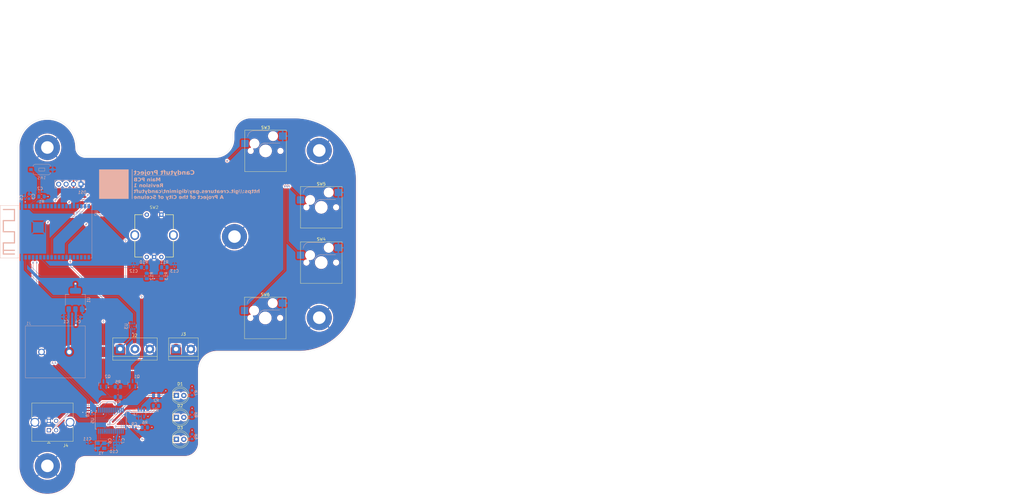
<source format=kicad_pcb>
(kicad_pcb
	(version 20240108)
	(generator "pcbnew")
	(generator_version "8.0")
	(general
		(thickness 1.6)
		(legacy_teardrops no)
	)
	(paper "A4")
	(title_block
		(title "Main PCB")
		(date "2024-10-22")
		(rev "1")
		(company "https://git.creatures.gay/digimint/candytuft")
		(comment 3 "Licensed under the CERN OHL-S v2")
		(comment 4 "Copyright 2024 digimint")
	)
	(layers
		(0 "F.Cu" signal)
		(31 "B.Cu" signal)
		(32 "B.Adhes" user "B.Adhesive")
		(33 "F.Adhes" user "F.Adhesive")
		(34 "B.Paste" user)
		(35 "F.Paste" user)
		(36 "B.SilkS" user "B.Silkscreen")
		(37 "F.SilkS" user "F.Silkscreen")
		(38 "B.Mask" user)
		(39 "F.Mask" user)
		(40 "Dwgs.User" user "User.Drawings")
		(41 "Cmts.User" user "User.Comments")
		(42 "Eco1.User" user "User.Eco1")
		(43 "Eco2.User" user "User.Eco2")
		(44 "Edge.Cuts" user)
		(45 "Margin" user)
		(46 "B.CrtYd" user "B.Courtyard")
		(47 "F.CrtYd" user "F.Courtyard")
		(48 "B.Fab" user)
		(49 "F.Fab" user)
		(50 "User.1" user)
		(51 "User.2" user)
		(52 "User.3" user)
		(53 "User.4" user)
		(54 "User.5" user)
		(55 "User.6" user)
		(56 "User.7" user)
		(57 "User.8" user)
		(58 "User.9" user)
	)
	(setup
		(stackup
			(layer "F.SilkS"
				(type "Top Silk Screen")
			)
			(layer "F.Paste"
				(type "Top Solder Paste")
			)
			(layer "F.Mask"
				(type "Top Solder Mask")
				(thickness 0.01)
			)
			(layer "F.Cu"
				(type "copper")
				(thickness 0.035)
			)
			(layer "dielectric 1"
				(type "core")
				(thickness 1.51)
				(material "FR4")
				(epsilon_r 4.5)
				(loss_tangent 0.02)
			)
			(layer "B.Cu"
				(type "copper")
				(thickness 0.035)
			)
			(layer "B.Mask"
				(type "Bottom Solder Mask")
				(thickness 0.01)
			)
			(layer "B.Paste"
				(type "Bottom Solder Paste")
			)
			(layer "B.SilkS"
				(type "Bottom Silk Screen")
			)
			(copper_finish "None")
			(dielectric_constraints no)
		)
		(pad_to_mask_clearance 0)
		(allow_soldermask_bridges_in_footprints no)
		(pcbplotparams
			(layerselection 0x00010fc_ffffffff)
			(plot_on_all_layers_selection 0x0000000_00000000)
			(disableapertmacros no)
			(usegerberextensions yes)
			(usegerberattributes no)
			(usegerberadvancedattributes no)
			(creategerberjobfile no)
			(dashed_line_dash_ratio 12.000000)
			(dashed_line_gap_ratio 3.000000)
			(svgprecision 4)
			(plotframeref no)
			(viasonmask no)
			(mode 1)
			(useauxorigin no)
			(hpglpennumber 1)
			(hpglpenspeed 20)
			(hpglpendiameter 15.000000)
			(pdf_front_fp_property_popups yes)
			(pdf_back_fp_property_popups yes)
			(dxfpolygonmode yes)
			(dxfimperialunits yes)
			(dxfusepcbnewfont yes)
			(psnegative no)
			(psa4output no)
			(plotreference yes)
			(plotvalue no)
			(plotfptext yes)
			(plotinvisibletext no)
			(sketchpadsonfab no)
			(subtractmaskfromsilk yes)
			(outputformat 1)
			(mirror no)
			(drillshape 0)
			(scaleselection 1)
			(outputdirectory "gerber/")
		)
	)
	(net 0 "")
	(net 1 "+5V")
	(net 2 "GND")
	(net 3 "/~{RST}")
	(net 4 "+3.3V")
	(net 5 "Net-(U5-~{RESET})")
	(net 6 "Net-(U5-XI)")
	(net 7 "Net-(U5-XO)")
	(net 8 "/WHEEL_{A}")
	(net 9 "/WHEEL_{B}")
	(net 10 "/USB-UART/TX_LED")
	(net 11 "Net-(D1-A)")
	(net 12 "/USB-UART/RX_LED")
	(net 13 "Net-(D2-A)")
	(net 14 "/USB-UART/USB_CFG_LED")
	(net 15 "Net-(D3-A)")
	(net 16 "/LCD_{SCL}")
	(net 17 "/LCD_{SDA}")
	(net 18 "/LED_{DATA,5v}")
	(net 19 "/USB-UART/D-_{USB}")
	(net 20 "/USB-UART/D+_{USB}")
	(net 21 "/USB-UART/VCC_{USB}")
	(net 22 "/USB-UART/~{UART_{RTS}}")
	(net 23 "Net-(Q1-B)")
	(net 24 "Net-(Q2-B)")
	(net 25 "/USB-UART/~{UART_{DTR}}")
	(net 26 "/~{BOOT}")
	(net 27 "/USB-UART/CFG_SCL")
	(net 28 "/USB-UART/CFG_SDA")
	(net 29 "Net-(R10-Pad2)")
	(net 30 "Net-(R11-Pad2)")
	(net 31 "/FORWARD")
	(net 32 "/BACKSPACE")
	(net 33 "/CANCEL")
	(net 34 "/DONE")
	(net 35 "/OPTION")
	(net 36 "unconnected-(U2-IO15-Pad23)")
	(net 37 "unconnected-(U2-NC-Pad28)")
	(net 38 "unconnected-(U2-NC-Pad21)")
	(net 39 "unconnected-(U2-NC-Pad32)")
	(net 40 "unconnected-(U2-NC-Pad19)")
	(net 41 "unconnected-(U2-NC-Pad20)")
	(net 42 "unconnected-(U2-NC-Pad17)")
	(net 43 "unconnected-(U2-IO2-Pad24)")
	(net 44 "unconnected-(U2-NC-Pad27)")
	(net 45 "unconnected-(U2-SENSOR_VP-Pad4)")
	(net 46 "unconnected-(U2-IO5-Pad29)")
	(net 47 "/UART_{RX}")
	(net 48 "unconnected-(U2-IO34-Pad6)")
	(net 49 "/UART_{TX}")
	(net 50 "unconnected-(U2-SENSOR_VN-Pad5)")
	(net 51 "unconnected-(U2-IO35-Pad7)")
	(net 52 "/LED_{DATA,3v3}")
	(net 53 "unconnected-(U2-IO27-Pad12)")
	(net 54 "unconnected-(U2-NC-Pad18)")
	(net 55 "unconnected-(U2-NC-Pad22)")
	(net 56 "unconnected-(U2-IO12-Pad14)")
	(net 57 "unconnected-(U2-IO32-Pad8)")
	(net 58 "unconnected-(U2-IO33-Pad9)")
	(net 59 "unconnected-(U5-NC-Pad7)")
	(net 60 "unconnected-(U5-NC-Pad21)")
	(net 61 "unconnected-(U5-TXEN{slash}GBP7-Pad8)")
	(net 62 "unconnected-(U5-NC-Pad26)")
	(footprint "MountingHole:MountingHole_4.3mm_M4_Pad" (layer "F.Cu") (at 109 171.95))
	(footprint "TerminalBlock:TerminalBlock_bornier-2_P5.08mm" (layer "F.Cu") (at 153 131.95))
	(footprint "MountingHole:MountingHole_4.3mm_M4_Pad" (layer "F.Cu") (at 109 62.95))
	(footprint "PCM_Switch_Keyboard_Hotswap_Kailh:SW_Hotswap_Kailh_MX_1.00u" (layer "F.Cu") (at 202.68 102.35))
	(footprint "MountingHole:MountingHole_4.3mm_M4_Pad" (layer "F.Cu") (at 173 93.45))
	(footprint "Connector_USB:USB_B_TE_5787834_Vertical" (layer "F.Cu") (at 109.5 159.75 180))
	(footprint "TerminalBlock:TerminalBlock_bornier-3_P5.08mm" (layer "F.Cu") (at 133.88 131.95))
	(footprint "PCM_Switch_Keyboard_Hotswap_Kailh:SW_Hotswap_Kailh_MX_1.00u" (layer "F.Cu") (at 202.68 83.43))
	(footprint "PCM_Switch_Keyboard_Hotswap_Kailh:SW_Hotswap_Kailh_MX_1.00u" (layer "F.Cu") (at 183.64 64.12))
	(footprint "LED_THT:LED_D5.0mm_Clear" (layer "F.Cu") (at 153.135 155.35))
	(footprint "PCM_Switch_Keyboard_Hotswap_Kailh:SW_Hotswap_Kailh_MX_1.00u" (layer "F.Cu") (at 183.53 121.31))
	(footprint "MountingHole:MountingHole_4.3mm_M4_Pad" (layer "F.Cu") (at 202 121.225))
	(footprint "LED_THT:LED_D5.0mm_Clear" (layer "F.Cu") (at 153.135 162.85))
	(footprint "candytuft:PEC12R-4xxxF-Sxxxx" (layer "F.Cu") (at 145.5 92.95))
	(footprint "MountingHole:MountingHole_4.3mm_M4_Pad" (layer "F.Cu") (at 202 63.95))
	(footprint "LED_THT:LED_D5.0mm_Clear" (layer "F.Cu") (at 153.135 147.85))
	(footprint "Crystal:Crystal_SMD_3225-4Pin_3.2x2.5mm" (layer "B.Cu") (at 127.335 165.0875))
	(footprint "Resistor_SMD:R_0805_2012Metric" (layer "B.Cu") (at 142.0875 103.95))
	(footprint "Package_SO:SSOP-28_5.3x10.2mm_P0.65mm" (layer "B.Cu") (at 130.71 156.4875 -90))
	(footprint "Resistor_SMD:R_0603_1608Metric" (layer "B.Cu") (at 158.5 146.95 90))
	(footprint "Capacitor_SMD:C_0402_1005Metric" (layer "B.Cu") (at 106.5 78.15))
	(footprint "Package_TO_SOT_SMD:SOT-23" (layer "B.Cu") (at 128.185 143.95 90))
	(footprint "candytuft:TS-1101-C-W Button" (layer "B.Cu") (at 107.09 70.5))
	(footprint "Package_TO_SOT_SMD:SOT-23" (layer "B.Cu") (at 138.135 143.8875 90))
	(footprint "Resistor_SMD:R_0603_1608Metric" (layer "B.Cu") (at 158.5 154.45 90))
	(footprint "Capacitor_SMD:C_0402_1005Metric" (layer "B.Cu") (at 131.635 163.4075 -90))
	(footprint "Resistor_SMD:R_0805_2012Metric" (layer "B.Cu") (at 148 106.95 90))
	(footprint "Capacitor_SMD:C_0603_1608Metric" (layer "B.Cu") (at 115.425 120.95))
	(footprint "Package_TO_SOT_SMD:SOT-23-5" (layer "B.Cu") (at 141.135 153.8875 -90))
	(footprint "candytuft:HB9500-2p" (layer "B.Cu") (at 111.75 132.95 180))
	(footprint "Capacitor_SMD:C_0402_1005Metric" (layer "B.Cu") (at 131.255 165.8875))
	(footprint "Capacitor_SMD:C_0603_1608Metric" (layer "B.Cu") (at 119.5 120.95))
	(footprint "candytuft:ESP32-WROVER" (layer "B.Cu") (at 123.15 91.8 -90))
	(footprint "Resistor_SMD:R_0805_2012Metric"
		(layer "B.Cu")
		(uuid "6137c6aa-9a3b-4a20-8483-365d20f6306d")
		(at 149 103.95 180)
		(descr "Resistor SMD 0805 (2012 Metric), square (rectangular) end terminal, IPC_7351 nominal, (Body size source: IPC-SM-782 page 72, https://www.pcb-3d.com/wordpress/wp-content/uploads/ipc-sm-782a_amendment_1_and_2.pdf), generated with kicad-footprint-generator")
		(tags "resistor")
		(property "Reference" "R11"
			(at 0 1.75 180)
			(layer "B.SilkS")
			(uuid "708c6c5a-ec5e-491f-83e4-6fa69c30d1b3")
			(effects
				(font
					(size 1 1)
					(thickness 0.15)
				)
				(justify mirror)
			)
		)
		(property "Value" "10kΩ"
			(at -3.5 2 180)
			(layer "B.Fab")
			(uuid "1e7b087e-d826-4d03-86f7-001d2441c833")
			(effects
				(font
					(size 1 1)
					(thickness 0.15)
				)
				(justify mirror)
			)
		)
		(property "Footprint" "Resistor_SMD:R_0805_2012Metric"
			(at 0 0 0)
			(unlocked yes)
			(layer "B.Fab")
			(hide yes)
			(uuid "93d8da54-cd46-4b85-96c3-1e8cf508d572")
			(effects
				(font
					(size 1.27 1.27)
				)
				(justify mirror)
			)
		)
		(property "Datasheet" ""
			(at 0 0 0)
			(unlocked yes)
			(layer "B.Fab")
			(hide yes)
			(uuid "abbf3432-df67-4b47-b46d-6aed09b58973")
			(effects
				(font
					(size 1.27 1.27)
				)
				(justify mirror)
			)
		)
		(property "Description" "Resistor"
			(at 0 0 0)
			(unlocked yes)
			(layer "B.Fab")
			(hide yes)
			(uuid "d3501382-9032-4559-b0f2-7527facc71b4")
			(effects
				(font
					(size 1.27 1.27)
				)
				(justify mirror)
			)
		)
		(property "LCSC" "C17414"
			(at 0 0 0)
			(unlocked yes)
			(layer "B.Fab")
			(hide yes)
			(uuid "9c87b5d9-d959-42d6-80a3-4ce9286767c3")
			(effects
				(font
					(size 1 1)
					(thickness 0.15)
				)
				(justify mirror)
			)
		)
		(property ki_fp_filters "R_*")
		(path "/ff9d7b80-052a-4426-9b0e-11610ca1dd28/0232ab39-58ec-4218-8f1f-e8b59e173d70")
		(sheetname "User Controls")
		(sheetfile "controls.kicad_sch")
		(attr smd)
		(fp_line
			(start 0.227064 0.735)
			(end -0.227064 0.735)
			(stroke
				(width 0.12)
				(type solid)
			)
			(layer "B.SilkS")
			(uuid "5d8b13d0-4052-4415-a263-e56e0847b682")
		)
		(fp_line
			(start 0.227064 -0.735)
			(end -0.227064 -0.735)
			(stroke
				(width 0.12)
				(type solid)
			)
			(layer "B.SilkS")
			(uuid "8ee74071-c4e7-4907-a547-374764f2663d")
		)
		(fp_line
			(start 1.68 0.95)
			(end -1.68 0.95)
			(stroke
				(width 0.05)
				(type solid)
			)
			(layer "B.CrtYd")
			(uuid "17b61444-4c9b-48d4-9300-469ff25a88f3")
		)
		(fp_line
			(start 1.68 -0.95)
			(end 1.68 0.95)
			(stroke
				(width 0.05)
				(type solid)
			)
			(layer "B.CrtYd")
			(uuid "536bf53f-a92f-4552-94b4-d26962aa47c1")
		)
		(fp_line
			(start -1.68 0.95)
			(end -1.68 -0.95)
			(stroke
				(width 0.05)
				(type solid)
			)
			(laye
... [708760 chars truncated]
</source>
